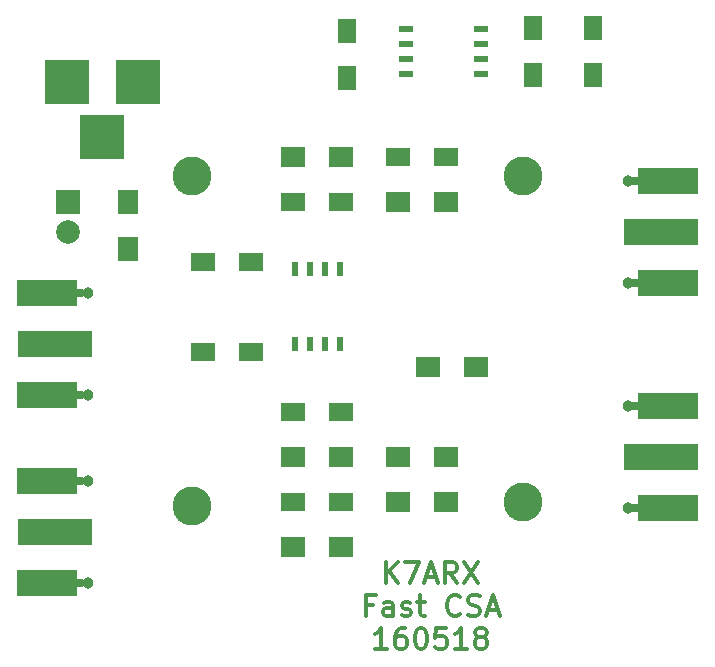
<source format=gbr>
G04 #@! TF.FileFunction,Soldermask,Top*
%FSLAX46Y46*%
G04 Gerber Fmt 4.6, Leading zero omitted, Abs format (unit mm)*
G04 Created by KiCad (PCBNEW 4.0.1-stable) date Wednesday, May 18, 2016 'PMt' 12:19:56 PM*
%MOMM*%
G01*
G04 APERTURE LIST*
%ADD10C,0.100000*%
%ADD11C,0.317500*%
%ADD12R,2.000000X1.600000*%
%ADD13R,1.600000X2.000000*%
%ADD14R,3.810000X3.810000*%
%ADD15R,2.000000X2.000000*%
%ADD16C,2.000000*%
%ADD17R,2.000000X1.700000*%
%ADD18R,1.700000X2.000000*%
%ADD19R,0.508000X1.143000*%
%ADD20R,1.143000X0.508000*%
%ADD21C,3.302000*%
%ADD22R,6.350000X2.286000*%
%ADD23R,5.080000X2.286000*%
%ADD24C,0.965200*%
%ADD25R,1.016000X0.635000*%
G04 APERTURE END LIST*
D10*
D11*
X209042000Y-99597633D02*
X209042000Y-97819633D01*
X210058000Y-99597633D02*
X209296000Y-98581633D01*
X210058000Y-97819633D02*
X209042000Y-98835633D01*
X210650667Y-97819633D02*
X211836000Y-97819633D01*
X211074000Y-99597633D01*
X212428667Y-99089633D02*
X213275333Y-99089633D01*
X212259333Y-99597633D02*
X212852000Y-97819633D01*
X213444667Y-99597633D01*
X215053333Y-99597633D02*
X214460667Y-98750967D01*
X214037333Y-99597633D02*
X214037333Y-97819633D01*
X214714667Y-97819633D01*
X214884000Y-97904300D01*
X214968667Y-97988967D01*
X215053333Y-98158300D01*
X215053333Y-98412300D01*
X214968667Y-98581633D01*
X214884000Y-98666300D01*
X214714667Y-98750967D01*
X214037333Y-98750967D01*
X215646000Y-97819633D02*
X216831333Y-99597633D01*
X216831333Y-97819633D02*
X215646000Y-99597633D01*
X207899000Y-101473000D02*
X207306333Y-101473000D01*
X207306333Y-102404333D02*
X207306333Y-100626333D01*
X208153000Y-100626333D01*
X209592333Y-102404333D02*
X209592333Y-101473000D01*
X209507667Y-101303667D01*
X209338333Y-101219000D01*
X208999667Y-101219000D01*
X208830333Y-101303667D01*
X209592333Y-102319667D02*
X209423000Y-102404333D01*
X208999667Y-102404333D01*
X208830333Y-102319667D01*
X208745667Y-102150333D01*
X208745667Y-101981000D01*
X208830333Y-101811667D01*
X208999667Y-101727000D01*
X209423000Y-101727000D01*
X209592333Y-101642333D01*
X210354334Y-102319667D02*
X210523667Y-102404333D01*
X210862334Y-102404333D01*
X211031667Y-102319667D01*
X211116334Y-102150333D01*
X211116334Y-102065667D01*
X211031667Y-101896333D01*
X210862334Y-101811667D01*
X210608334Y-101811667D01*
X210439000Y-101727000D01*
X210354334Y-101557667D01*
X210354334Y-101473000D01*
X210439000Y-101303667D01*
X210608334Y-101219000D01*
X210862334Y-101219000D01*
X211031667Y-101303667D01*
X211624333Y-101219000D02*
X212301667Y-101219000D01*
X211878333Y-100626333D02*
X211878333Y-102150333D01*
X211963000Y-102319667D01*
X212132333Y-102404333D01*
X212301667Y-102404333D01*
X215265000Y-102235000D02*
X215180334Y-102319667D01*
X214926334Y-102404333D01*
X214757000Y-102404333D01*
X214503000Y-102319667D01*
X214333667Y-102150333D01*
X214249000Y-101981000D01*
X214164334Y-101642333D01*
X214164334Y-101388333D01*
X214249000Y-101049667D01*
X214333667Y-100880333D01*
X214503000Y-100711000D01*
X214757000Y-100626333D01*
X214926334Y-100626333D01*
X215180334Y-100711000D01*
X215265000Y-100795667D01*
X215942334Y-102319667D02*
X216196334Y-102404333D01*
X216619667Y-102404333D01*
X216789000Y-102319667D01*
X216873667Y-102235000D01*
X216958334Y-102065667D01*
X216958334Y-101896333D01*
X216873667Y-101727000D01*
X216789000Y-101642333D01*
X216619667Y-101557667D01*
X216281000Y-101473000D01*
X216111667Y-101388333D01*
X216027000Y-101303667D01*
X215942334Y-101134333D01*
X215942334Y-100965000D01*
X216027000Y-100795667D01*
X216111667Y-100711000D01*
X216281000Y-100626333D01*
X216704334Y-100626333D01*
X216958334Y-100711000D01*
X217635667Y-101896333D02*
X218482333Y-101896333D01*
X217466333Y-102404333D02*
X218059000Y-100626333D01*
X218651667Y-102404333D01*
X209126668Y-105211033D02*
X208110668Y-105211033D01*
X208618668Y-105211033D02*
X208618668Y-103433033D01*
X208449334Y-103687033D01*
X208280001Y-103856367D01*
X208110668Y-103941033D01*
X210650667Y-103433033D02*
X210312001Y-103433033D01*
X210142667Y-103517700D01*
X210058001Y-103602367D01*
X209888667Y-103856367D01*
X209804001Y-104195033D01*
X209804001Y-104872367D01*
X209888667Y-105041700D01*
X209973334Y-105126367D01*
X210142667Y-105211033D01*
X210481334Y-105211033D01*
X210650667Y-105126367D01*
X210735334Y-105041700D01*
X210820001Y-104872367D01*
X210820001Y-104449033D01*
X210735334Y-104279700D01*
X210650667Y-104195033D01*
X210481334Y-104110367D01*
X210142667Y-104110367D01*
X209973334Y-104195033D01*
X209888667Y-104279700D01*
X209804001Y-104449033D01*
X211920667Y-103433033D02*
X212090000Y-103433033D01*
X212259334Y-103517700D01*
X212344000Y-103602367D01*
X212428667Y-103771700D01*
X212513334Y-104110367D01*
X212513334Y-104533700D01*
X212428667Y-104872367D01*
X212344000Y-105041700D01*
X212259334Y-105126367D01*
X212090000Y-105211033D01*
X211920667Y-105211033D01*
X211751334Y-105126367D01*
X211666667Y-105041700D01*
X211582000Y-104872367D01*
X211497334Y-104533700D01*
X211497334Y-104110367D01*
X211582000Y-103771700D01*
X211666667Y-103602367D01*
X211751334Y-103517700D01*
X211920667Y-103433033D01*
X214122000Y-103433033D02*
X213275333Y-103433033D01*
X213190667Y-104279700D01*
X213275333Y-104195033D01*
X213444667Y-104110367D01*
X213868000Y-104110367D01*
X214037333Y-104195033D01*
X214122000Y-104279700D01*
X214206667Y-104449033D01*
X214206667Y-104872367D01*
X214122000Y-105041700D01*
X214037333Y-105126367D01*
X213868000Y-105211033D01*
X213444667Y-105211033D01*
X213275333Y-105126367D01*
X213190667Y-105041700D01*
X215900000Y-105211033D02*
X214884000Y-105211033D01*
X215392000Y-105211033D02*
X215392000Y-103433033D01*
X215222666Y-103687033D01*
X215053333Y-103856367D01*
X214884000Y-103941033D01*
X216915999Y-104195033D02*
X216746666Y-104110367D01*
X216661999Y-104025700D01*
X216577333Y-103856367D01*
X216577333Y-103771700D01*
X216661999Y-103602367D01*
X216746666Y-103517700D01*
X216915999Y-103433033D01*
X217254666Y-103433033D01*
X217423999Y-103517700D01*
X217508666Y-103602367D01*
X217593333Y-103771700D01*
X217593333Y-103856367D01*
X217508666Y-104025700D01*
X217423999Y-104110367D01*
X217254666Y-104195033D01*
X216915999Y-104195033D01*
X216746666Y-104279700D01*
X216661999Y-104364367D01*
X216577333Y-104533700D01*
X216577333Y-104872367D01*
X216661999Y-105041700D01*
X216746666Y-105126367D01*
X216915999Y-105211033D01*
X217254666Y-105211033D01*
X217423999Y-105126367D01*
X217508666Y-105041700D01*
X217593333Y-104872367D01*
X217593333Y-104533700D01*
X217508666Y-104364367D01*
X217423999Y-104279700D01*
X217254666Y-104195033D01*
D12*
X197580000Y-80010000D03*
X193580000Y-80010000D03*
X205200000Y-92710000D03*
X201200000Y-92710000D03*
X201200000Y-85090000D03*
X205200000Y-85090000D03*
X197580000Y-72390000D03*
X193580000Y-72390000D03*
X214090000Y-63500000D03*
X210090000Y-63500000D03*
X201200000Y-67310000D03*
X205200000Y-67310000D03*
D13*
X205740000Y-56864000D03*
X205740000Y-52864000D03*
X221488000Y-56610000D03*
X221488000Y-52610000D03*
X226568000Y-56610000D03*
X226568000Y-52610000D03*
D14*
X188005340Y-57150000D03*
X182005860Y-57150000D03*
X185005600Y-61849000D03*
D15*
X182118000Y-67310000D03*
D16*
X182118000Y-69850000D03*
D17*
X201200000Y-96520000D03*
X205200000Y-96520000D03*
X210090000Y-88900000D03*
X214090000Y-88900000D03*
X214090000Y-92710000D03*
X210090000Y-92710000D03*
X201200000Y-88900000D03*
X205200000Y-88900000D03*
X210090000Y-67310000D03*
X214090000Y-67310000D03*
X201200000Y-63500000D03*
X205200000Y-63500000D03*
X216630000Y-81280000D03*
X212630000Y-81280000D03*
D18*
X187198000Y-71342000D03*
X187198000Y-67342000D03*
D19*
X201295000Y-73025000D03*
X202565000Y-73025000D03*
X203835000Y-73025000D03*
X205105000Y-73025000D03*
X205105000Y-79375000D03*
X203835000Y-79375000D03*
X202565000Y-79375000D03*
X201295000Y-79375000D03*
D20*
X210693000Y-56515000D03*
X210693000Y-55245000D03*
X210693000Y-53975000D03*
X210693000Y-52705000D03*
X217043000Y-52705000D03*
X217043000Y-53975000D03*
X217043000Y-55245000D03*
X217043000Y-56515000D03*
D21*
X192633600Y-65112900D03*
X192633600Y-93103700D03*
X220624400Y-65112900D03*
X220624400Y-92710000D03*
D22*
X180975000Y-79375000D03*
D23*
X180340000Y-75057000D03*
X180340000Y-83693000D03*
D24*
X183769000Y-75057000D03*
X183769000Y-83693000D03*
D25*
X182880000Y-75057000D03*
X182880000Y-83693000D03*
D22*
X180975000Y-95250000D03*
D23*
X180340000Y-90932000D03*
X180340000Y-99568000D03*
D24*
X183769000Y-90932000D03*
X183769000Y-99568000D03*
D25*
X182880000Y-90932000D03*
X182880000Y-99568000D03*
D22*
X232283000Y-69850000D03*
D23*
X232918000Y-74168000D03*
X232918000Y-65532000D03*
D24*
X229489000Y-74168000D03*
X229489000Y-65532000D03*
D25*
X230378000Y-74168000D03*
X230378000Y-65532000D03*
D22*
X232283000Y-88900000D03*
D23*
X232918000Y-93218000D03*
X232918000Y-84582000D03*
D24*
X229489000Y-93218000D03*
X229489000Y-84582000D03*
D25*
X230378000Y-93218000D03*
X230378000Y-84582000D03*
M02*

</source>
